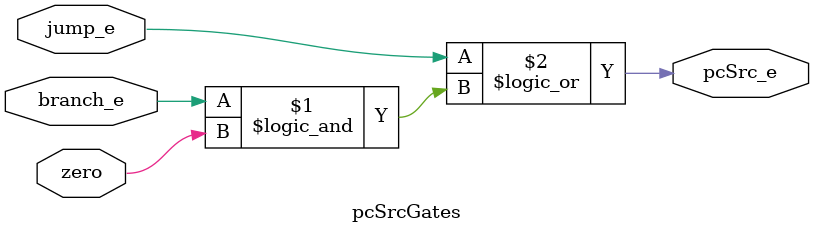
<source format=sv>
module pcSrcGates(
    input logic         jump_e,
    input logic         branch_e,
    input logic         zero,
    output logic        pcSrc_e
);

assign pcSrc_e = (jump_e || (branch_e && zero));

endmodule

</source>
